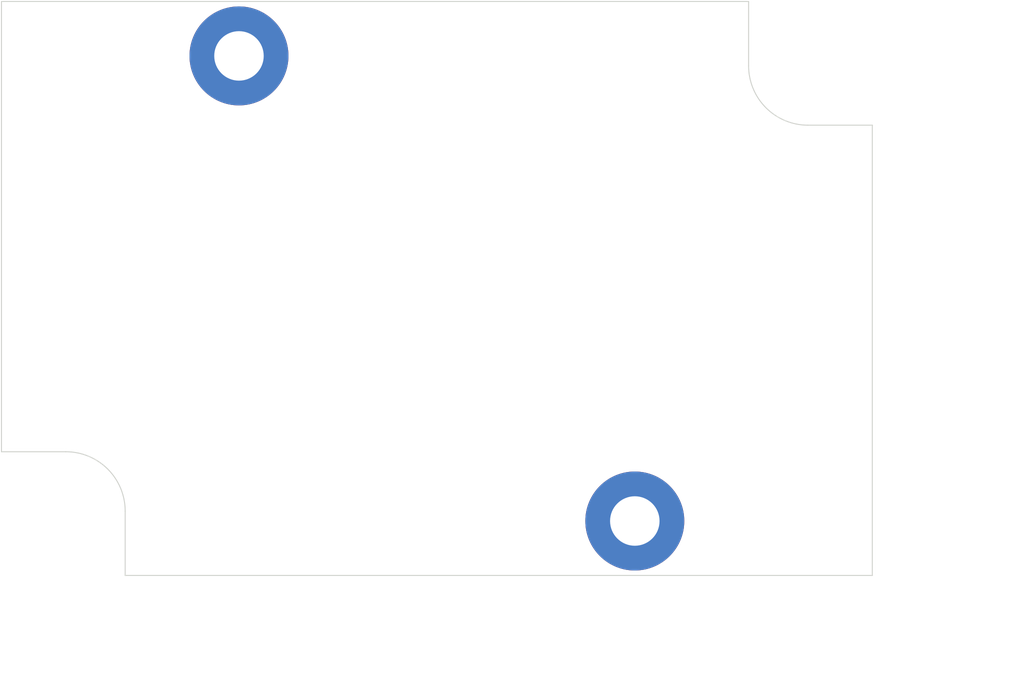
<source format=kicad_pcb>
(kicad_pcb (version 20171130) (host pcbnew "(5.1.4)-1")

  (general
    (thickness 1.6)
    (drawings 12)
    (tracks 0)
    (zones 0)
    (modules 2)
    (nets 1)
  )

  (page A4)
  (layers
    (0 F.Cu signal)
    (31 B.Cu signal)
    (32 B.Adhes user)
    (33 F.Adhes user)
    (34 B.Paste user)
    (35 F.Paste user)
    (36 B.SilkS user)
    (37 F.SilkS user)
    (38 B.Mask user)
    (39 F.Mask user)
    (40 Dwgs.User user)
    (41 Cmts.User user)
    (42 Eco1.User user)
    (43 Eco2.User user)
    (44 Edge.Cuts user)
    (45 Margin user)
    (46 B.CrtYd user)
    (47 F.CrtYd user)
    (48 B.Fab user)
    (49 F.Fab user)
  )

  (setup
    (last_trace_width 0.25)
    (trace_clearance 0.2)
    (zone_clearance 0.508)
    (zone_45_only no)
    (trace_min 0.2)
    (via_size 0.8)
    (via_drill 0.4)
    (via_min_size 0.4)
    (via_min_drill 0.3)
    (uvia_size 0.3)
    (uvia_drill 0.1)
    (uvias_allowed no)
    (uvia_min_size 0.2)
    (uvia_min_drill 0.1)
    (edge_width 0.05)
    (segment_width 0.2)
    (pcb_text_width 0.3)
    (pcb_text_size 1.5 1.5)
    (mod_edge_width 0.12)
    (mod_text_size 1 1)
    (mod_text_width 0.15)
    (pad_size 5 5)
    (pad_drill 2.5)
    (pad_to_mask_clearance 0.051)
    (solder_mask_min_width 0.25)
    (aux_axis_origin 0 0)
    (visible_elements 7FFFFFFF)
    (pcbplotparams
      (layerselection 0x010fc_ffffffff)
      (usegerberextensions false)
      (usegerberattributes false)
      (usegerberadvancedattributes false)
      (creategerberjobfile false)
      (excludeedgelayer true)
      (linewidth 0.100000)
      (plotframeref false)
      (viasonmask false)
      (mode 1)
      (useauxorigin false)
      (hpglpennumber 1)
      (hpglpenspeed 20)
      (hpglpendiameter 15.000000)
      (psnegative false)
      (psa4output false)
      (plotreference true)
      (plotvalue true)
      (plotinvisibletext false)
      (padsonsilk false)
      (subtractmaskfromsilk false)
      (outputformat 1)
      (mirror false)
      (drillshape 1)
      (scaleselection 1)
      (outputdirectory ""))
  )

  (net 0 "")

  (net_class Default "This is the default net class."
    (clearance 0.2)
    (trace_width 0.25)
    (via_dia 0.8)
    (via_drill 0.4)
    (uvia_dia 0.3)
    (uvia_drill 0.1)
  )

  (module MountingHole:MountingHole_2.5mm_Pad (layer F.Cu) (tedit 5D7428C5) (tstamp 5D72D0B8)
    (at 47 41.25)
    (descr "Mounting Hole 2.5mm")
    (tags "mounting hole 2.5mm")
    (attr virtual)
    (fp_text reference ~ (at 0 -3.5) (layer F.SilkS) hide
      (effects (font (size 1 1) (thickness 0.15)))
    )
    (fp_text value ~ (at 0 3.5) (layer F.Fab) hide
      (effects (font (size 1 1) (thickness 0.15)))
    )
    (fp_text user %R (at 0.3 0) (layer F.Fab)
      (effects (font (size 1 1) (thickness 0.15)))
    )
    (fp_circle (center 0 0) (end 2.5 0) (layer Cmts.User) (width 0.15))
    (fp_circle (center 0 0) (end 2.75 0) (layer F.CrtYd) (width 0.05))
    (pad ~ thru_hole circle (at 0 0) (size 5 5) (drill 2.5) (layers *.Cu *.Mask))
  )

  (module MountingHole:MountingHole_2.5mm_Pad (layer F.Cu) (tedit 5D7428BD) (tstamp 5D72D056)
    (at 27 17.75)
    (descr "Mounting Hole 2.5mm")
    (tags "mounting hole 2.5mm")
    (attr virtual)
    (fp_text reference ~ (at 0 -3.5) (layer F.SilkS) hide
      (effects (font (size 1 1) (thickness 0.15)))
    )
    (fp_text value ~ (at 0 3.5) (layer F.Fab) hide
      (effects (font (size 1 1) (thickness 0.15)))
    )
    (fp_circle (center 0 0) (end 2.75 0) (layer F.CrtYd) (width 0.05))
    (fp_circle (center 0 0) (end 2.5 0) (layer Cmts.User) (width 0.15))
    (fp_text user %R (at 0.3 0) (layer F.Fab)
      (effects (font (size 1 1) (thickness 0.15)))
    )
    (pad ~ thru_hole circle (at 0 0) (size 5 5) (drill 2.5) (layers *.Cu *.Mask))
  )

  (dimension 44 (width 0.15) (layer Dwgs.User)
    (gr_text "44,000 mm" (at 37 50.3) (layer Dwgs.User)
      (effects (font (size 1 1) (thickness 0.15)))
    )
    (feature1 (pts (xy 15 44) (xy 15 49.586421)))
    (feature2 (pts (xy 59 44) (xy 59 49.586421)))
    (crossbar (pts (xy 59 49) (xy 15 49)))
    (arrow1a (pts (xy 15 49) (xy 16.126504 48.413579)))
    (arrow1b (pts (xy 15 49) (xy 16.126504 49.586421)))
    (arrow2a (pts (xy 59 49) (xy 57.873496 48.413579)))
    (arrow2b (pts (xy 59 49) (xy 57.873496 49.586421)))
  )
  (dimension 29 (width 0.15) (layer Dwgs.User)
    (gr_text "29,000 mm" (at 65.3 29.5 270) (layer Dwgs.User)
      (effects (font (size 1 1) (thickness 0.15)))
    )
    (feature1 (pts (xy 59 44) (xy 64.586421 44)))
    (feature2 (pts (xy 59 15) (xy 64.586421 15)))
    (crossbar (pts (xy 64 15) (xy 64 44)))
    (arrow1a (pts (xy 64 44) (xy 63.413579 42.873496)))
    (arrow1b (pts (xy 64 44) (xy 64.586421 42.873496)))
    (arrow2a (pts (xy 64 15) (xy 63.413579 16.126504)))
    (arrow2b (pts (xy 64 15) (xy 64.586421 16.126504)))
  )
  (gr_line (start 52.75 18.25) (end 52.75 15) (layer Edge.Cuts) (width 0.05) (tstamp 5D72D335))
  (gr_line (start 55.75 21.25) (end 59 21.25) (layer Edge.Cuts) (width 0.05) (tstamp 5D72D331))
  (gr_line (start 21.25 40.75) (end 21.25 44) (layer Edge.Cuts) (width 0.05) (tstamp 5D72D325))
  (gr_line (start 18.25 37.75) (end 15 37.75) (layer Edge.Cuts) (width 0.05) (tstamp 5D72D321))
  (gr_arc (start 18.25 40.75) (end 21.25 40.75) (angle -90) (layer Edge.Cuts) (width 0.05) (tstamp 5D72D310))
  (gr_arc (start 55.75 18.25) (end 52.75 18.25) (angle -90) (layer Edge.Cuts) (width 0.05))
  (gr_line (start 15 37.75) (end 15 15) (layer Edge.Cuts) (width 0.05) (tstamp 5D72D223))
  (gr_line (start 59 44) (end 21.25 44) (layer Edge.Cuts) (width 0.05))
  (gr_line (start 59 21.25) (end 59 44) (layer Edge.Cuts) (width 0.05))
  (gr_line (start 15 15) (end 52.75 15) (layer Edge.Cuts) (width 0.05))

)

</source>
